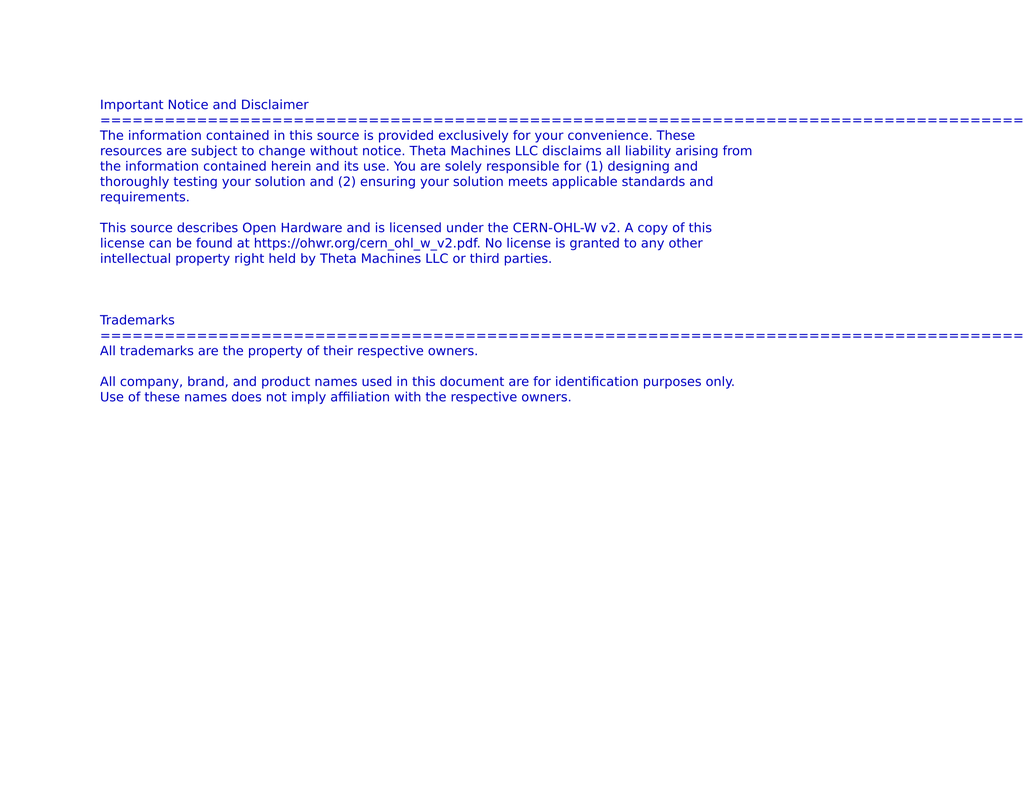
<source format=kicad_sch>
(kicad_sch (version 20230121) (generator eeschema)
  (paper "USLetter")
  (title_block (title "ETH4K") (date "7/28/2023") (rev "1") (company "Theta Machines LLC") (comment 1 "Ryan Stracener") (comment 2 "© 2023, Theta Machines LLC. ") (comment 3 "There is an Important Notice and Disclaimer at the end of this document."))
  (lib_symbols)
  (text_box "Important Notice and Disclaimer\n=======================================================================================\nThe information contained in this source is provided exclusively for your convenience. These resources are subject to change without notice. Theta Machines LLC disclaims all liability arising from the information contained herein and its use. You are solely responsible for (1) designing and thoroughly testing your solution and (2) ensuring your solution meets applicable standards and requirements.\n\nThis source describes Open Hardware and is licensed under the CERN-OHL-W v2. A copy of this license can be found at https://ohwr.org/cern_ohl_w_v2.pdf. No license is granted to any other intellectual property right held by Theta Machines LLC or third parties.\n\n\n\nTrademarks\n=======================================================================================\nAll trademarks are the property of their respective owners.\n\nAll company, brand, and product names used in this document are for identification purposes only. Use of these names does not imply affiliation with the respective owners.\n" (at 25.4 25.4 0) (size 182.88 82.55) (stroke (width -0.0001)) (effects (font (size 2.5 2.5)) (justify left top)))
)
</source>
